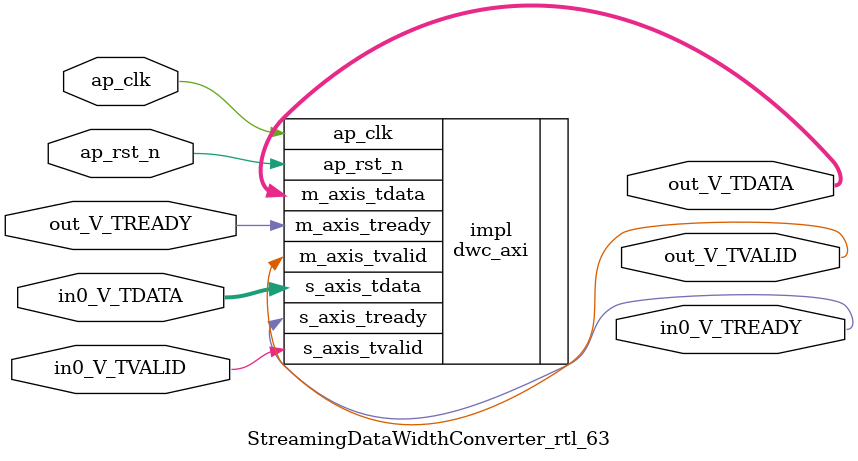
<source format=v>
/******************************************************************************
 * Copyright (C) 2023, Advanced Micro Devices, Inc.
 * All rights reserved.
 *
 * Redistribution and use in source and binary forms, with or without
 * modification, are permitted provided that the following conditions are met:
 *
 *  1. Redistributions of source code must retain the above copyright notice,
 *     this list of conditions and the following disclaimer.
 *
 *  2. Redistributions in binary form must reproduce the above copyright
 *     notice, this list of conditions and the following disclaimer in the
 *     documentation and/or other materials provided with the distribution.
 *
 *  3. Neither the name of the copyright holder nor the names of its
 *     contributors may be used to endorse or promote products derived from
 *     this software without specific prior written permission.
 *
 * THIS SOFTWARE IS PROVIDED BY THE COPYRIGHT HOLDERS AND CONTRIBUTORS "AS IS"
 * AND ANY EXPRESS OR IMPLIED WARRANTIES, INCLUDING, BUT NOT LIMITED TO,
 * THE IMPLIED WARRANTIES OF MERCHANTABILITY AND FITNESS FOR A PARTICULAR
 * PURPOSE ARE DISCLAIMED. IN NO EVENT SHALL THE COPYRIGHT HOLDER OR
 * CONTRIBUTORS BE LIABLE FOR ANY DIRECT, INDIRECT, INCIDENTAL, SPECIAL,
 * EXEMPLARY, OR CONSEQUENTIAL DAMAGES (INCLUDING, BUT NOT LIMITED TO,
 * PROCUREMENT OF SUBSTITUTE GOODS OR SERVICES; LOSS OF USE, DATA, OR PROFITS;
 * OR BUSINESS INTERRUPTION). HOWEVER CAUSED AND ON ANY THEORY OF LIABILITY,
 * WHETHER IN CONTRACT, STRICT LIABILITY, OR TORT (INCLUDING NEGLIGENCE OR
 * OTHERWISE) ARISING IN ANY WAY OUT OF THE USE OF THIS SOFTWARE, EVEN IF
 * ADVISED OF THE POSSIBILITY OF SUCH DAMAGE.
 *****************************************************************************/

module StreamingDataWidthConverter_rtl_63 #(
	parameter  IBITS = 4,
	parameter  OBITS = 8,

	parameter  AXI_IBITS = (IBITS+7)/8 * 8,
	parameter  AXI_OBITS = (OBITS+7)/8 * 8
)(
	//- Global Control ------------------
	(* X_INTERFACE_INFO = "xilinx.com:signal:clock:1.0 ap_clk CLK" *)
	(* X_INTERFACE_PARAMETER = "ASSOCIATED_BUSIF in0_V:out_V, ASSOCIATED_RESET ap_rst_n" *)
	input	ap_clk,
	(* X_INTERFACE_PARAMETER = "POLARITY ACTIVE_LOW" *)
	input	ap_rst_n,

	//- AXI Stream - Input --------------
	output	in0_V_TREADY,
	input	in0_V_TVALID,
	input	[AXI_IBITS-1:0]  in0_V_TDATA,

	//- AXI Stream - Output -------------
	input	out_V_TREADY,
	output	out_V_TVALID,
	output	[AXI_OBITS-1:0]  out_V_TDATA
);

	dwc_axi #(
		.IBITS(IBITS),
		.OBITS(OBITS)
	) impl (
		.ap_clk(ap_clk),
		.ap_rst_n(ap_rst_n),
		.s_axis_tready(in0_V_TREADY),
		.s_axis_tvalid(in0_V_TVALID),
		.s_axis_tdata(in0_V_TDATA),
		.m_axis_tready(out_V_TREADY),
		.m_axis_tvalid(out_V_TVALID),
		.m_axis_tdata(out_V_TDATA)
	);

endmodule

</source>
